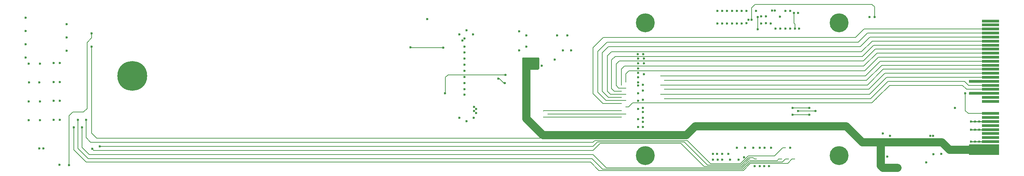
<source format=gbl>
%TF.GenerationSoftware,KiCad,Pcbnew,9.0.2*%
%TF.CreationDate,2025-06-03T00:46:39+06:00*%
%TF.ProjectId,OPI CM5 Blade board,4f504920-434d-4352-9042-6c6164652062,rev?*%
%TF.SameCoordinates,Original*%
%TF.FileFunction,Copper,L4,Bot*%
%TF.FilePolarity,Positive*%
%FSLAX46Y46*%
G04 Gerber Fmt 4.6, Leading zero omitted, Abs format (unit mm)*
G04 Created by KiCad (PCBNEW 9.0.2) date 2025-06-03 00:46:39*
%MOMM*%
%LPD*%
G01*
G04 APERTURE LIST*
%TA.AperFunction,ComponentPad*%
%ADD10C,4.700000*%
%TD*%
%TA.AperFunction,ComponentPad*%
%ADD11C,7.400000*%
%TD*%
%TA.AperFunction,ConnectorPad*%
%ADD12R,3.200000X0.700000*%
%TD*%
%TA.AperFunction,ConnectorPad*%
%ADD13R,4.300000X0.700000*%
%TD*%
%TA.AperFunction,ViaPad*%
%ADD14C,0.600000*%
%TD*%
%TA.AperFunction,ViaPad*%
%ADD15C,0.300000*%
%TD*%
%TA.AperFunction,Conductor*%
%ADD16C,0.250000*%
%TD*%
%TA.AperFunction,Conductor*%
%ADD17C,2.000000*%
%TD*%
%TA.AperFunction,Conductor*%
%ADD18C,0.200000*%
%TD*%
G04 APERTURE END LIST*
D10*
%TO.P,H2,1,1*%
%TO.N,unconnected-(H2-Pad1)*%
X191673230Y-66294508D03*
%TD*%
D11*
%TO.P,J5,80,GND*%
%TO.N,GND*%
X64636500Y-46482000D03*
%TD*%
D10*
%TO.P,H3,1,1*%
%TO.N,unconnected-(H3-Pad1)*%
X191673230Y-33294828D03*
%TD*%
%TO.P,H4,1,1*%
%TO.N,unconnected-(H4-Pad1)*%
X239674150Y-33294828D03*
%TD*%
%TO.P,H1,1,1*%
%TO.N,unconnected-(H1-Pad1)*%
X239674150Y-66294508D03*
%TD*%
D12*
%TO.P,J4,A1,A1*%
%TO.N,+12V*%
X276659000Y-65832000D03*
D13*
%TO.P,J4,A2,A2*%
X277209000Y-64832000D03*
%TO.P,J4,A3,A3*%
X277209000Y-63832000D03*
%TO.P,J4,A4,A4*%
%TO.N,GND*%
X277209000Y-62832000D03*
%TO.P,J4,A5,A5*%
%TO.N,/+5V*%
X277209000Y-61832000D03*
%TO.P,J4,A6,A6*%
X277209000Y-60832000D03*
%TO.P,J4,A7,A7*%
%TO.N,GND*%
X277209000Y-59832000D03*
%TO.P,J4,A8,A8*%
%TO.N,/+3.3V*%
X277209000Y-58832000D03*
%TO.P,J4,A9,A9*%
%TO.N,GND*%
X277209000Y-57832000D03*
%TO.P,J4,A10,A10*%
%TO.N,/+1.8V*%
X277209000Y-56832000D03*
%TO.P,J4,A11,A11*%
%TO.N,/PMIC_RESET_L*%
X277209000Y-55832000D03*
%TO.P,J4,A12,A12*%
%TO.N,unconnected-(J4-PadA12)*%
X277209000Y-52832000D03*
%TO.P,J4,A13,A13*%
%TO.N,unconnected-(J4-PadA13)*%
X277209000Y-51832000D03*
%TO.P,J4,A14,A14*%
%TO.N,GND*%
X277209000Y-50832000D03*
%TO.P,J4,A15,A15*%
%TO.N,/GMAC_MDC*%
X277209000Y-49832000D03*
%TO.P,J4,A16,A16*%
%TO.N,/GMAC_TXCLK*%
X277209000Y-48832000D03*
%TO.P,J4,A17,A17*%
%TO.N,GND*%
X277209000Y-47832000D03*
%TO.P,J4,A18,A18*%
%TO.N,/GMAC_RXD0*%
X277209000Y-46832000D03*
%TO.P,J4,A19,A19*%
%TO.N,/GMAC_RXCLK*%
X277209000Y-45832000D03*
%TO.P,J4,A20,A20*%
%TO.N,/GMAC_RXD1*%
X277209000Y-44832000D03*
%TO.P,J4,A21,A21*%
%TO.N,/GMAC_TXD0*%
X277209000Y-43832000D03*
%TO.P,J4,A22,A22*%
%TO.N,/GMAC_TXD3*%
X277209000Y-42832000D03*
%TO.P,J4,A23,A23*%
%TO.N,/GMAC_TXD2*%
X277209000Y-41832000D03*
%TO.P,J4,A24,A24*%
%TO.N,/GMAC_TXD1*%
X277209000Y-40832000D03*
%TO.P,J4,A25,A25*%
%TO.N,/GMAC_TXEN*%
X277209000Y-39832000D03*
%TO.P,J4,A26,A26*%
%TO.N,/GMAC_MDIO*%
X277209000Y-38832000D03*
%TO.P,J4,A27,A27*%
%TO.N,/GMAC_MCLK*%
X277209000Y-37832000D03*
%TO.P,J4,A28,A28*%
%TO.N,/GMAC_RXDV*%
X277209000Y-36832000D03*
%TO.P,J4,A29,A29*%
%TO.N,/GMAC_RXD2*%
X277209000Y-35832000D03*
%TO.P,J4,A30,A30*%
%TO.N,/GMAC_RXD3*%
X277209000Y-34832000D03*
%TO.P,J4,A31,A31*%
%TO.N,unconnected-(J4-PadA31)*%
X277209000Y-33832000D03*
%TO.P,J4,A32,A32*%
%TO.N,unconnected-(J4-PadA32)*%
X277209000Y-32832000D03*
%TD*%
D14*
%TO.N,GND*%
X38957000Y-52832000D03*
X41751000Y-57531000D03*
X149828000Y-55753000D03*
X191103000Y-48733003D03*
X251682000Y-66548000D03*
X252317000Y-61414000D03*
X191103000Y-54483000D03*
X217265000Y-32512000D03*
X250539000Y-60833000D03*
X146907000Y-39243000D03*
X189960000Y-48133000D03*
X214852000Y-67310000D03*
X216779506Y-30348910D03*
X272383000Y-59837100D03*
X208502000Y-67310000D03*
X262350000Y-61414000D03*
X213179504Y-30348909D03*
X146907000Y-42164000D03*
X160496000Y-35433000D03*
X38957000Y-57531000D03*
X214379506Y-30348911D03*
X166084000Y-43942000D03*
X210785076Y-30343551D03*
X149320000Y-55245000D03*
X189960000Y-59182000D03*
X169894000Y-36449000D03*
X46704000Y-52705000D03*
X210788000Y-67310000D03*
X227579546Y-30348912D03*
X221234009Y-64348839D03*
X208502000Y-65913000D03*
X48355000Y-40259000D03*
X212693000Y-67310000D03*
X221558269Y-33409320D03*
X272383000Y-57837100D03*
X38195000Y-32004000D03*
X147415000Y-57785000D03*
X273399000Y-59837100D03*
X45180000Y-52705000D03*
X274415000Y-59837100D03*
X218789000Y-68961000D03*
X191375310Y-42183000D03*
X261334000Y-67995800D03*
X216433981Y-64348859D03*
X149320000Y-54229000D03*
X272383000Y-50837100D03*
X162274000Y-39243000D03*
X216757000Y-33401000D03*
X273266900Y-47832000D03*
X41751000Y-52832000D03*
X146907000Y-37211000D03*
X209518000Y-65913000D03*
X189960000Y-48895000D03*
X220379548Y-33428910D03*
X223828813Y-30223186D03*
X229838000Y-34736671D03*
X38195000Y-41910000D03*
X209579502Y-30348907D03*
X272383000Y-62832000D03*
X225179525Y-34736651D03*
X147415000Y-35179000D03*
X225063035Y-31779393D03*
X46704000Y-43307000D03*
X191103000Y-56896000D03*
X272250900Y-47832000D03*
X247237000Y-31877000D03*
X45180000Y-43307000D03*
X146907000Y-43688000D03*
X220059000Y-68961000D03*
X39084000Y-48133000D03*
X146907000Y-49784000D03*
X189960000Y-52686000D03*
X273399000Y-62832000D03*
X226379549Y-34736671D03*
X46577000Y-68580000D03*
X222833972Y-64348850D03*
X212312000Y-65913000D03*
X171291000Y-40132000D03*
X45180000Y-48006000D03*
X223107000Y-30225788D03*
X191103000Y-55499000D03*
X191103000Y-52451000D03*
X268446000Y-54483000D03*
X221202000Y-68961000D03*
X218433992Y-64348856D03*
X45180000Y-57404000D03*
X221579513Y-31656663D03*
X215579551Y-33428907D03*
X38195000Y-38608000D03*
X216152423Y-66705423D03*
X274415000Y-62832000D03*
X48355000Y-36957000D03*
X210779525Y-33428929D03*
X189960000Y-43326000D03*
X146399000Y-37719000D03*
X145637000Y-36195000D03*
X149828000Y-54737000D03*
X215579532Y-30348926D03*
X191357000Y-46101000D03*
X227579546Y-34736667D03*
X220034002Y-64348845D03*
X189960000Y-42183000D03*
X41751000Y-43434000D03*
X46704000Y-48006000D03*
X189960000Y-44596000D03*
X145637000Y-56896000D03*
X38195000Y-35306000D03*
X227637177Y-64345744D03*
X210788000Y-65913000D03*
X172434000Y-36449000D03*
X191103000Y-57912000D03*
X146907000Y-51181000D03*
X149193000Y-56896000D03*
X189830987Y-41040000D03*
X214433980Y-64348858D03*
X41624000Y-64516000D03*
X209645000Y-67310000D03*
X189960000Y-50800000D03*
X265017000Y-65913000D03*
X222345000Y-68961000D03*
X149066000Y-36195000D03*
X146907000Y-46755000D03*
X222779537Y-33428921D03*
X48355000Y-33655000D03*
X211979527Y-30348931D03*
X209579544Y-33428914D03*
X160496000Y-40132000D03*
X273399000Y-50837100D03*
X191103000Y-59182000D03*
X274282900Y-47832000D03*
X169259000Y-42418000D03*
X191086998Y-50124995D03*
X38957000Y-43434000D03*
X263112000Y-65963800D03*
X213179528Y-33428931D03*
X146907000Y-45212000D03*
X219176660Y-30346126D03*
X137657500Y-32385000D03*
X220379527Y-31656649D03*
X162274000Y-36449000D03*
X42640000Y-64516000D03*
X189960000Y-45739000D03*
X173323000Y-40132000D03*
X146907000Y-48260000D03*
X214379527Y-33428931D03*
X274415000Y-57837100D03*
X46704000Y-57404000D03*
X274415000Y-50837100D03*
X146907000Y-40640000D03*
X189960000Y-46863000D03*
X226379546Y-30348912D03*
X191230000Y-41040000D03*
X273399000Y-57837100D03*
X189960000Y-54737000D03*
X223979502Y-34736673D03*
X262985000Y-61414000D03*
X229584000Y-30861000D03*
X41624000Y-48133000D03*
X211979512Y-33428916D03*
X189960000Y-57277000D03*
X191357000Y-43326000D03*
%TO.N,+12V*%
X161893000Y-42545000D03*
X251682000Y-69723000D03*
X274415000Y-64897000D03*
X164941000Y-44323000D03*
X54578000Y-39243000D03*
X272383000Y-65786000D03*
X274415000Y-63881000D03*
X273399000Y-63881000D03*
X252444000Y-68961000D03*
X253206000Y-68961000D03*
X272383000Y-64897000D03*
X162909000Y-44323000D03*
X253968000Y-69723000D03*
X250920000Y-69723000D03*
X253206000Y-69723000D03*
X250920000Y-68961000D03*
X161893000Y-44323000D03*
X163925000Y-44323000D03*
X273399000Y-65786000D03*
X163925000Y-43434000D03*
X272383000Y-63881000D03*
X252444000Y-69723000D03*
X253968000Y-68961000D03*
X274415000Y-65786000D03*
X273399000Y-64897000D03*
X161893000Y-43434000D03*
X163925000Y-42545000D03*
X162909000Y-43434000D03*
X162909000Y-42545000D03*
X251682000Y-68961000D03*
%TO.N,/UART2_RX*%
X54705000Y-64643000D03*
D15*
X217646000Y-67187000D03*
D14*
%TO.N,+5V_3A*%
X54578000Y-35890275D03*
X48990000Y-68707000D03*
%TO.N,/PMIC_RESET_L*%
X53181000Y-57404000D03*
X270986000Y-50800000D03*
D15*
X226409000Y-64389000D03*
%TO.N,/UART2_TX*%
X219233985Y-67187000D03*
D14*
X56610000Y-64008000D03*
%TO.N,/PWRON_L*%
X50133000Y-59309000D03*
D15*
X228695000Y-67183000D03*
D14*
%TO.N,/HDMI0_TX_SCL_M0*%
X228568000Y-30861000D03*
X228822000Y-34736671D03*
%TO.N,/HDMI0_SBDP*%
X219551000Y-34925000D03*
X219551000Y-31877000D03*
%TO.N,/HDMI0_TX_ON_H*%
X218027000Y-32512000D03*
X248507000Y-31877000D03*
D15*
%TO.N,/GMAC_TXD2*%
X186912000Y-48006000D03*
%TO.N,/GMAC_TXCLK*%
X196437000Y-52197000D03*
%TO.N,/GMAC_RXD2*%
X186912000Y-52578000D03*
%TO.N,/GMAC_RXD1*%
X195548000Y-48768000D03*
%TO.N,/GMAC_TXD1*%
X185769000Y-48768000D03*
D14*
%TO.N,/I2C3_SCL_M0*%
X233883000Y-55245000D03*
X229584000Y-55245000D03*
D15*
%TO.N,/GMAC_TXEN*%
X186912000Y-49530000D03*
%TO.N,/GMAC_MDC*%
X186912000Y-54229000D03*
%TO.N,/GMAC_RXD0*%
X195548000Y-51054000D03*
%TO.N,/BOOT_KEY*%
X225520000Y-67183000D03*
D14*
X52165000Y-59309000D03*
D15*
%TO.N,/GMAC_MDIO*%
X185769000Y-50292000D03*
%TO.N,/GMAC_RXD3*%
X185769000Y-53340000D03*
D14*
%TO.N,/PCIE20_0_RXN*%
X156940000Y-48260000D03*
X155289000Y-47205000D03*
D15*
%TO.N,/GMAC_TXD0*%
X196437000Y-47625000D03*
%TO.N,/GMAC_RXCLK*%
X196437000Y-49784000D03*
%TO.N,/GMAC_TXD3*%
X195548000Y-46482000D03*
%TO.N,/GMAC_RXDV*%
X185769000Y-51816000D03*
%TO.N,/USER_KEY*%
X227171000Y-67183000D03*
D14*
X51149000Y-57404000D03*
%TO.N,/I2C3_SDA_M0*%
X232378000Y-54483000D03*
X228187000Y-54483000D03*
D15*
%TO.N,/TMP_SN1_LED*%
X185769000Y-56769000D03*
X166465000Y-56769000D03*
%TO.N,/GMAC_MCLK*%
X186912000Y-51054000D03*
%TO.N,/DEBUG_LED*%
X167608000Y-56007000D03*
X186912000Y-56007000D03*
%TO.N,/USER_LED*%
X166465000Y-55245000D03*
X185769000Y-55118000D03*
D14*
%TO.N,/M.2_ACT*%
X141631101Y-39482000D03*
X133572000Y-39370000D03*
%TO.N,/PCIE20x1_2_WAKEn_M0*%
X157067000Y-46228000D03*
X142124500Y-50800000D03*
%TO.N,/VCC_3V3_S3*%
X228187000Y-56134000D03*
X232378000Y-56134000D03*
%TD*%
D16*
%TO.N,GND*%
X272383000Y-62832000D02*
X277209000Y-62832000D01*
X272383000Y-59837100D02*
X272388100Y-59832000D01*
X272388100Y-57832000D02*
X277209000Y-57832000D01*
X272388100Y-59832000D02*
X277209000Y-59832000D01*
X272256000Y-47832000D02*
X277076900Y-47832000D01*
X272383000Y-57837100D02*
X272388100Y-57832000D01*
X272383000Y-50837100D02*
X272388100Y-50832000D01*
X272388100Y-50832000D02*
X277209000Y-50832000D01*
D17*
%TO.N,+12V*%
X250031000Y-62992000D02*
X250031000Y-68834000D01*
D18*
X165660000Y-61976000D02*
X55848000Y-61976000D01*
D17*
X250031000Y-68834000D02*
X250539000Y-69342000D01*
X250031000Y-62992000D02*
X265209000Y-62992000D01*
X267049000Y-64832000D02*
X277209000Y-64832000D01*
X241522000Y-59055000D02*
X245459000Y-62992000D01*
X201856000Y-61256000D02*
X204057000Y-59055000D01*
X250539000Y-69342000D02*
X254222000Y-69342000D01*
X166380000Y-61256000D02*
X201856000Y-61256000D01*
D18*
X54578000Y-60706000D02*
X54578000Y-39243000D01*
X55848000Y-61976000D02*
X54578000Y-60706000D01*
D17*
X245459000Y-62992000D02*
X250031000Y-62992000D01*
X265209000Y-62992000D02*
X267049000Y-64832000D01*
X162274000Y-43815000D02*
X162274000Y-57150000D01*
X162274000Y-57150000D02*
X166380000Y-61256000D01*
D18*
X166380000Y-61256000D02*
X165660000Y-61976000D01*
D17*
X204057000Y-59055000D02*
X241522000Y-59055000D01*
D18*
%TO.N,/UART2_RX*%
X206269000Y-69014000D02*
X200537508Y-63282508D01*
X55086000Y-65024000D02*
X54705000Y-64643000D01*
X217646000Y-67187000D02*
X217392000Y-67187000D01*
X217392000Y-67187000D02*
X215565000Y-69014000D01*
X200537508Y-63282508D02*
X180525492Y-63282508D01*
X215565000Y-69014000D02*
X206269000Y-69014000D01*
X180525492Y-63282508D02*
X178784000Y-65024000D01*
X178784000Y-65024000D02*
X55086000Y-65024000D01*
%TO.N,+5V_3A*%
X53435000Y-54610000D02*
X53435000Y-38163500D01*
X48990000Y-68707000D02*
X48990000Y-56388000D01*
X52546000Y-55499000D02*
X53435000Y-54610000D01*
X49879000Y-55499000D02*
X52546000Y-55499000D01*
X48990000Y-56388000D02*
X49879000Y-55499000D01*
X53435000Y-38163500D02*
X54578000Y-37020500D01*
X54578000Y-37020500D02*
X54578000Y-35941000D01*
%TO.N,/PMIC_RESET_L*%
X217182138Y-66421000D02*
X215245138Y-68358000D01*
X271700000Y-55832000D02*
X277209000Y-55832000D01*
X225774000Y-64389000D02*
X223742000Y-66421000D01*
X207899000Y-68358000D02*
X202152000Y-62611000D01*
X223742000Y-66421000D02*
X217182138Y-66421000D01*
X270986000Y-55118000D02*
X271700000Y-55832000D01*
X270986000Y-50800000D02*
X270986000Y-55118000D01*
X226409000Y-64389000D02*
X225774000Y-64389000D01*
X202152000Y-62611000D02*
X179165000Y-62611000D01*
X53181000Y-61849000D02*
X53181000Y-57404000D01*
X54324000Y-62992000D02*
X53181000Y-61849000D01*
X179165000Y-62611000D02*
X178784000Y-62992000D01*
X178784000Y-62992000D02*
X54324000Y-62992000D01*
X215245138Y-68358000D02*
X207899000Y-68358000D01*
%TO.N,/UART2_TX*%
X207084000Y-68686000D02*
X201337000Y-62939000D01*
X219233985Y-67187000D02*
X219229985Y-67183000D01*
X218408000Y-66802000D02*
X217265000Y-66802000D01*
X178784000Y-64008000D02*
X56610000Y-64008000D01*
X219229985Y-67183000D02*
X218789000Y-67183000D01*
X217265000Y-66802000D02*
X215381000Y-68686000D01*
X201337000Y-62939000D02*
X179853000Y-62939000D01*
X215381000Y-68686000D02*
X207084000Y-68686000D01*
X218789000Y-67183000D02*
X218408000Y-66802000D01*
X179853000Y-62939000D02*
X178784000Y-64008000D01*
%TO.N,/PWRON_L*%
X178149000Y-67945000D02*
X180202000Y-69998000D01*
X215972586Y-69998000D02*
X217700586Y-68270000D01*
X50133000Y-64897000D02*
X53181000Y-67945000D01*
X226973000Y-68270000D02*
X226282000Y-68270000D01*
X50133000Y-59309000D02*
X50133000Y-64897000D01*
X226861000Y-68270000D02*
X226282000Y-68270000D01*
X217700586Y-68270000D02*
X226282000Y-68270000D01*
X180202000Y-69998000D02*
X215972586Y-69998000D01*
X228060000Y-67183000D02*
X226973000Y-68270000D01*
X228695000Y-67183000D02*
X228060000Y-67183000D01*
X53181000Y-67945000D02*
X178149000Y-67945000D01*
X50133000Y-59309000D02*
X50260000Y-59436000D01*
%TO.N,/HDMI0_TX_SCL_M0*%
X228822000Y-34671000D02*
X228822000Y-33655000D01*
X228822000Y-33655000D02*
X228568000Y-33401000D01*
X228568000Y-33401000D02*
X228568000Y-30861000D01*
%TO.N,/HDMI0_SBDP*%
X219551000Y-31877000D02*
X219551000Y-34925000D01*
%TO.N,/HDMI0_TX_ON_H*%
X218916000Y-28702000D02*
X247872000Y-28702000D01*
X248507000Y-29337000D02*
X247872000Y-28702000D01*
X218027000Y-29591000D02*
X218916000Y-28702000D01*
X248507000Y-31877000D02*
X248507000Y-29337000D01*
X218027000Y-32512000D02*
X218027000Y-29591000D01*
%TO.N,/GMAC_TXD2*%
X246093999Y-45212000D02*
X249473999Y-41832000D01*
X249473999Y-41832000D02*
X277209000Y-41832000D01*
X187674000Y-45212000D02*
X246093999Y-45212000D01*
X186912000Y-45974000D02*
X187674000Y-45212000D01*
X186912000Y-48006000D02*
X186912000Y-45974000D01*
%TO.N,/GMAC_TXCLK*%
X270812000Y-47832000D02*
X251855999Y-47832000D01*
X277209000Y-48832000D02*
X271812000Y-48832000D01*
X247490999Y-52197000D02*
X196437000Y-52197000D01*
X251855999Y-47832000D02*
X247490999Y-52197000D01*
X271812000Y-48832000D02*
X270812000Y-47832000D01*
%TO.N,/GMAC_RXD2*%
X244443000Y-38100000D02*
X182213000Y-38100000D01*
X179927000Y-50546000D02*
X181959000Y-52578000D01*
X182213000Y-38100000D02*
X179927000Y-40386000D01*
X246711000Y-35832000D02*
X244443000Y-38100000D01*
X179927000Y-40386000D02*
X179927000Y-50546000D01*
X277209000Y-35832000D02*
X246711000Y-35832000D01*
X181959000Y-52578000D02*
X186912000Y-52578000D01*
%TO.N,/GMAC_RXD1*%
X250664997Y-44832000D02*
X277209000Y-44832000D01*
X246728997Y-48768000D02*
X250664997Y-44832000D01*
X195548000Y-48768000D02*
X246728997Y-48768000D01*
%TO.N,/GMAC_TXD1*%
X249076999Y-40832000D02*
X245839999Y-44069000D01*
X245839999Y-44069000D02*
X186531000Y-44069000D01*
X185769000Y-44831000D02*
X185769000Y-48768000D01*
X186531000Y-44069000D02*
X185769000Y-44831000D01*
X277209000Y-40832000D02*
X249076999Y-40832000D01*
%TO.N,/I2C3_SCL_M0*%
X233883000Y-55245000D02*
X229584000Y-55245000D01*
%TO.N,/GMAC_TXEN*%
X248679999Y-39832000D02*
X245712999Y-42799000D01*
X245712999Y-42799000D02*
X185261000Y-42799000D01*
X185134000Y-49530000D02*
X186912000Y-49530000D01*
X185261000Y-42799000D02*
X184499000Y-43561000D01*
X184499000Y-48895000D02*
X185134000Y-49530000D01*
X184499000Y-43561000D02*
X184499000Y-48895000D01*
X277209000Y-39832000D02*
X248679999Y-39832000D01*
%TO.N,/GMAC_MDC*%
X249141999Y-51943000D02*
X248813999Y-52271000D01*
X249141999Y-51943000D02*
X247871999Y-53213000D01*
X263366000Y-48832000D02*
X252252999Y-48832000D01*
X277209000Y-49832000D02*
X271288000Y-49832000D01*
X187547000Y-54229000D02*
X186912000Y-54229000D01*
X188563000Y-53213000D02*
X187547000Y-54229000D01*
X271288000Y-49832000D02*
X270288000Y-48832000D01*
X263366000Y-48832000D02*
X263077552Y-48832000D01*
X247871999Y-53213000D02*
X188563000Y-53213000D01*
X252252999Y-48832000D02*
X249141999Y-51943000D01*
X270288000Y-48832000D02*
X263366000Y-48832000D01*
%TO.N,/GMAC_RXD0*%
X195548000Y-51054000D02*
X247236999Y-51054000D01*
X251458999Y-46832000D02*
X277209000Y-46832000D01*
X247236999Y-51054000D02*
X251458999Y-46832000D01*
%TO.N,/BOOT_KEY*%
X215700862Y-69342000D02*
X182086000Y-69342000D01*
X178784000Y-66040000D02*
X53943000Y-66040000D01*
X53943000Y-66040000D02*
X52165000Y-64262000D01*
X218590558Y-67565000D02*
X218277412Y-67565000D01*
X224377000Y-67564000D02*
X218591558Y-67564000D01*
X218277412Y-67565000D02*
X218276412Y-67564000D01*
X218276412Y-67564000D02*
X217519000Y-67564000D01*
X218591558Y-67564000D02*
X218590558Y-67565000D01*
X217478862Y-67564000D02*
X215700862Y-69342000D01*
X52165000Y-64262000D02*
X52165000Y-59309000D01*
X224758000Y-67183000D02*
X224377000Y-67564000D01*
X182086000Y-69342000D02*
X178784000Y-66040000D01*
X225520000Y-67183000D02*
X224758000Y-67183000D01*
%TO.N,/GMAC_MDIO*%
X184245000Y-41656000D02*
X183356000Y-42545000D01*
X183356000Y-42545000D02*
X183356000Y-49657000D01*
X183356000Y-49657000D02*
X183991000Y-50292000D01*
X248282999Y-38832000D02*
X245458999Y-41656000D01*
X277209000Y-38832000D02*
X248282999Y-38832000D01*
X183991000Y-50292000D02*
X185769000Y-50292000D01*
X245458999Y-41656000D02*
X184245000Y-41656000D01*
%TO.N,/GMAC_RXD3*%
X245933000Y-34832000D02*
X243808000Y-36957000D01*
X277209000Y-34832000D02*
X245933000Y-34832000D01*
X178784000Y-50927000D02*
X181197000Y-53340000D01*
X243808000Y-36957000D02*
X181291043Y-36957000D01*
X181291043Y-36957000D02*
X178784000Y-39464043D01*
X181197000Y-53340000D02*
X185769000Y-53340000D01*
X178784000Y-39464043D02*
X178784000Y-50927000D01*
%TO.N,/PCIE20_0_RXN*%
X156940000Y-48260000D02*
X156622500Y-48260000D01*
X156622500Y-48260000D02*
X155567500Y-47205000D01*
X155567500Y-47205000D02*
X155289000Y-47205000D01*
%TO.N,/GMAC_TXD0*%
X250267999Y-43832000D02*
X277209000Y-43832000D01*
X196437000Y-47625000D02*
X246474999Y-47625000D01*
X246474999Y-47625000D02*
X250267999Y-43832000D01*
%TO.N,/GMAC_RXCLK*%
X196437000Y-49784000D02*
X247109999Y-49784000D01*
X247109999Y-49784000D02*
X251061999Y-45832000D01*
X251061999Y-45832000D02*
X277209000Y-45832000D01*
%TO.N,/GMAC_TXD3*%
X195548000Y-46482000D02*
X246220999Y-46482000D01*
X246220999Y-46482000D02*
X249870999Y-42832000D01*
X249870999Y-42832000D02*
X277209000Y-42832000D01*
%TO.N,/GMAC_RXDV*%
X244951000Y-39243000D02*
X182594000Y-39243000D01*
X182594000Y-39243000D02*
X181070000Y-40767000D01*
X181070000Y-40767000D02*
X181070000Y-50292000D01*
X182594000Y-51816000D02*
X185769000Y-51816000D01*
X277209000Y-36832000D02*
X247362000Y-36832000D01*
X247362000Y-36832000D02*
X244951000Y-39243000D01*
X181070000Y-50292000D02*
X182594000Y-51816000D01*
%TO.N,/USER_KEY*%
X215836724Y-69670000D02*
X217584793Y-67921931D01*
X178530000Y-67056000D02*
X181144000Y-69670000D01*
X225650000Y-67942000D02*
X226409000Y-67183000D01*
X51149000Y-64516000D02*
X53689000Y-67056000D01*
X181144000Y-69670000D02*
X215836724Y-69670000D01*
X51149000Y-57404000D02*
X51149000Y-64516000D01*
X217604862Y-67942000D02*
X225650000Y-67942000D01*
X217584793Y-67921931D02*
X217604862Y-67942000D01*
X226409000Y-67183000D02*
X227171000Y-67183000D01*
X53689000Y-67056000D02*
X178530000Y-67056000D01*
%TO.N,/I2C3_SDA_M0*%
X232378000Y-54483000D02*
X228187000Y-54483000D01*
%TO.N,/TMP_SN1_LED*%
X185769000Y-56769000D02*
X166465000Y-56769000D01*
%TO.N,/GMAC_MCLK*%
X182340000Y-41529000D02*
X182340000Y-50292000D01*
X245204999Y-40513000D02*
X183356000Y-40513000D01*
X247885999Y-37832000D02*
X245204999Y-40513000D01*
X277209000Y-37832000D02*
X247885999Y-37832000D01*
X182340000Y-50292000D02*
X183102000Y-51054000D01*
X183356000Y-40513000D02*
X182340000Y-41529000D01*
X183102000Y-51054000D02*
X186912000Y-51054000D01*
%TO.N,/DEBUG_LED*%
X167608000Y-56007000D02*
X186912000Y-56007000D01*
%TO.N,/USER_LED*%
X185769000Y-55118000D02*
X166465000Y-55118000D01*
%TO.N,/M.2_ACT*%
X133679000Y-39477000D02*
X133572000Y-39370000D01*
X141631101Y-39482000D02*
X141626101Y-39477000D01*
X141626101Y-39477000D02*
X133679000Y-39477000D01*
%TO.N,/PCIE20x1_2_WAKEn_M0*%
X157067000Y-46228000D02*
X142843000Y-46228000D01*
X142843000Y-46228000D02*
X142208000Y-46863000D01*
X142208000Y-46863000D02*
X142208000Y-50716500D01*
X142208000Y-50716500D02*
X142124500Y-50800000D01*
%TO.N,/VCC_3V3_S3*%
X228187000Y-56134000D02*
X232378000Y-56134000D01*
%TD*%
%TA.AperFunction,Conductor*%
%TO.N,GND*%
G36*
X279285639Y-50508785D02*
G01*
X279331394Y-50561589D01*
X279342600Y-50613100D01*
X279342600Y-51050900D01*
X279322915Y-51117939D01*
X279270111Y-51163694D01*
X279218600Y-51174900D01*
X271999000Y-51174900D01*
X271931961Y-51155215D01*
X271886206Y-51102411D01*
X271875000Y-51050900D01*
X271875000Y-50613100D01*
X271894685Y-50546061D01*
X271947489Y-50500306D01*
X271999000Y-50489100D01*
X279218600Y-50489100D01*
X279285639Y-50508785D01*
G37*
%TD.AperFunction*%
%TD*%
%TA.AperFunction,Conductor*%
%TO.N,GND*%
G36*
X279285639Y-47508785D02*
G01*
X279331394Y-47561589D01*
X279342600Y-47613100D01*
X279342600Y-48050900D01*
X279322915Y-48117939D01*
X279270111Y-48163694D01*
X279218600Y-48174900D01*
X271999000Y-48174900D01*
X271931961Y-48155215D01*
X271886206Y-48102411D01*
X271875000Y-48050900D01*
X271875000Y-47613100D01*
X271894685Y-47546061D01*
X271947489Y-47500306D01*
X271999000Y-47489100D01*
X279218600Y-47489100D01*
X279285639Y-47508785D01*
G37*
%TD.AperFunction*%
%TD*%
%TA.AperFunction,Conductor*%
%TO.N,+12V*%
G36*
X279311039Y-63519685D02*
G01*
X279356794Y-63572489D01*
X279368000Y-63624000D01*
X279368000Y-66043000D01*
X279348315Y-66110039D01*
X279295511Y-66155794D01*
X279244000Y-66167000D01*
X271999000Y-66167000D01*
X271931961Y-66147315D01*
X271886206Y-66094511D01*
X271875000Y-66043000D01*
X271875000Y-63624000D01*
X271894685Y-63556961D01*
X271947489Y-63511206D01*
X271999000Y-63500000D01*
X279244000Y-63500000D01*
X279311039Y-63519685D01*
G37*
%TD.AperFunction*%
%TD*%
%TA.AperFunction,Conductor*%
%TO.N,+12V*%
G36*
X165337677Y-41929685D02*
G01*
X165358319Y-41946319D01*
X165412681Y-42000681D01*
X165446166Y-42062004D01*
X165449000Y-42088362D01*
X165449000Y-44652638D01*
X165429315Y-44719677D01*
X165412681Y-44740319D01*
X165231319Y-44921681D01*
X165169996Y-44955166D01*
X165143638Y-44958000D01*
X161563362Y-44958000D01*
X161496323Y-44938315D01*
X161475681Y-44921681D01*
X161294319Y-44740319D01*
X161260834Y-44678996D01*
X161258000Y-44652638D01*
X161258000Y-42034000D01*
X161277685Y-41966961D01*
X161330489Y-41921206D01*
X161382000Y-41910000D01*
X165270638Y-41910000D01*
X165337677Y-41929685D01*
G37*
%TD.AperFunction*%
%TD*%
M02*

</source>
